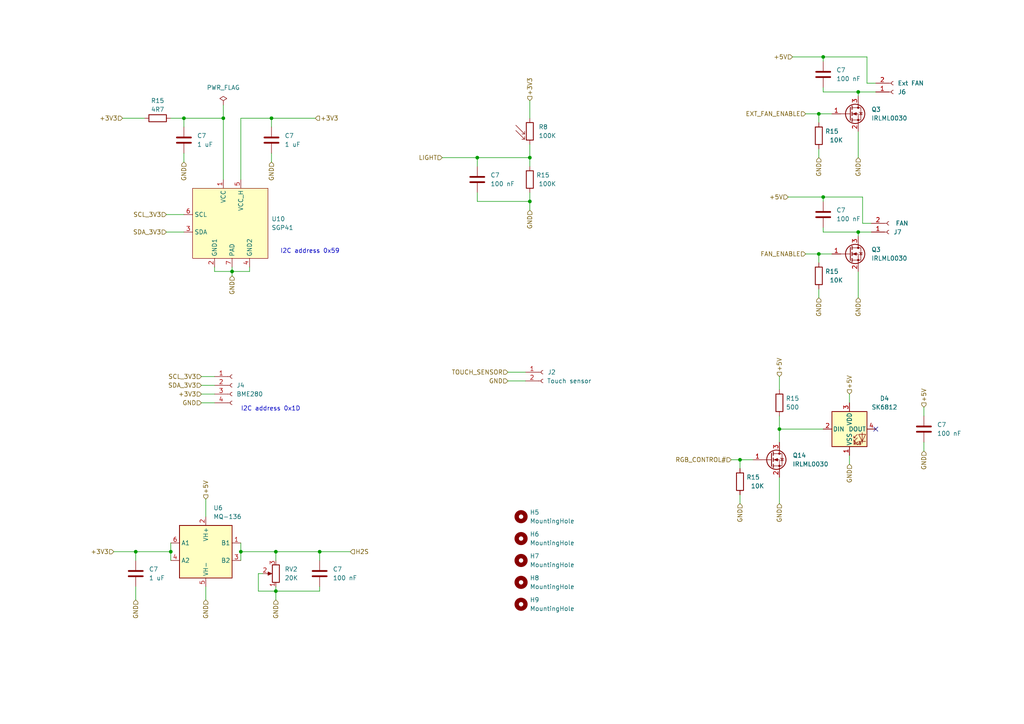
<source format=kicad_sch>
(kicad_sch (version 20231120) (generator "eeschema") (generator_version "8.0")
  (paper "A4")
  (lib_symbols
    (symbol "Connector:Conn_01x02_Socket" (pin_names (offset 1.016) hide)
      (property "Reference" "J" (at 0 2.54 0))
      (property "Value" "Conn_01x02_Socket" (at 0 -5.08 0))
      (symbol "Conn_01x02_Socket_1_1"
        (arc (start 0 -2.032) (mid -0.5058 -2.54) (end 0 -3.048) (stroke (width 0.1524)))
        (polyline (pts (xy -1.27 -2.54) (xy -0.508 -2.54)) (stroke (width 0.1524)))
        (polyline (pts (xy -1.27 0) (xy -0.508 0)) (stroke (width 0.1524)))
        (arc (start 0 0.508) (mid -0.5058 0) (end 0 -0.508) (stroke (width 0.1524)))
        (pin passive line (at -5.08 0 0) (length 3.81) (name "Pin_1") (number "1"))
        (pin passive line (at -5.08 -2.54 0) (length 3.81) (name "Pin_2") (number "2"))
      )
    )
    (symbol "Connector:Conn_01x04_Socket" (pin_names (offset 1.016) hide)
      (property "Reference" "J" (at 0 5.08 0))
      (property "Value" "Conn_01x04_Socket" (at 0 -7.62 0))
      (symbol "Conn_01x04_Socket_1_1"
        (arc (start 0 -4.572) (mid -0.5058 -5.08) (end 0 -5.588) (stroke (width 0.1524)))
        (arc (start 0 -2.032) (mid -0.5058 -2.54) (end 0 -3.048) (stroke (width 0.1524)))
        (polyline (pts (xy -1.27 -5.08) (xy -0.508 -5.08)) (stroke (width 0.1524)))
        (polyline (pts (xy -1.27 -2.54) (xy -0.508 -2.54)) (stroke (width 0.1524)))
        (polyline (pts (xy -1.27 0) (xy -0.508 0)) (stroke (width 0.1524)))
        (polyline (pts (xy -1.27 2.54) (xy -0.508 2.54)) (stroke (width 0.1524)))
        (arc (start 0 0.508) (mid -0.5058 0) (end 0 -0.508) (stroke (width 0.1524)))
        (arc (start 0 3.048) (mid -0.5058 2.54) (end 0 2.032) (stroke (width 0.1524)))
        (pin passive line (at -5.08 2.54 0) (length 3.81) (name "Pin_1") (number "1"))
        (pin passive line (at -5.08 0 0) (length 3.81) (name "Pin_2") (number "2"))
        (pin passive line (at -5.08 -2.54 0) (length 3.81) (name "Pin_3") (number "3"))
        (pin passive line (at -5.08 -5.08 0) (length 3.81) (name "Pin_4") (number "4"))
      )
    )
    (symbol "Device:C" (pin_numbers hide) (pin_names (offset 0.254))
      (property "Reference" "C" (at 0.635 2.54 0))
      (property "Value" "C" (at 0.635 -2.54 0))
      (symbol "C_0_1"
        (polyline (pts (xy -2.032 -0.762) (xy 2.032 -0.762)) (stroke (width 0.508)))
        (polyline (pts (xy -2.032 0.762) (xy 2.032 0.762)) (stroke (width 0.508)))
      )
      (symbol "C_1_1"
        (pin passive line (at 0 3.81 270) (length 2.794) (name "~") (number "1"))
        (pin passive line (at 0 -3.81 90) (length 2.794) (name "~") (number "2"))
      )
    )
    (symbol "Device:R" (pin_numbers hide) (pin_names (offset 0))
      (property "Reference" "R" (at 2.032 0 90))
      (property "Value" "R" (at 0 0 90))
      (symbol "R_0_1"
        (rectangle (start -1.016 -2.54) (end 1.016 2.54) (stroke (width 0.254)))
      )
      (symbol "R_1_1"
        (pin passive line (at 0 3.81 270) (length 1.27) (name "~") (number "1"))
        (pin passive line (at 0 -3.81 90) (length 1.27) (name "~") (number "2"))
      )
    )
    (symbol "Device:R_Photo" (pin_numbers hide) (pin_names (offset 0))
      (property "Reference" "R" (at 1.27 1.27 0))
      (property "Value" "R_Photo" (at 1.27 0 0))
      (symbol "R_Photo_0_1"
        (rectangle (start -1.016 2.54) (end 1.016 -2.54) (stroke (width 0.254)))
        (polyline (pts (xy -1.524 -2.286) (xy -4.064 0.254)))
        (polyline (pts (xy -1.524 -2.286) (xy -2.286 -2.286)))
        (polyline (pts (xy -1.524 -2.286) (xy -1.524 -1.524)))
        (polyline (pts (xy -1.524 -0.762) (xy -4.064 1.778)))
        (polyline (pts (xy -1.524 -0.762) (xy -2.286 -0.762)))
        (polyline (pts (xy -1.524 -0.762) (xy -1.524 0)))
      )
      (symbol "R_Photo_1_1"
        (pin passive line (at 0 3.81 270) (length 1.27) (name "~") (number "1"))
        (pin passive line (at 0 -3.81 90) (length 1.27) (name "~") (number "2"))
      )
    )
    (symbol "Device:R_Potentiometer" (pin_names (offset 1.016) hide)
      (property "Reference" "RV" (at -4.445 0 90))
      (property "Value" "R_Potentiometer" (at -2.54 0 90))
      (symbol "R_Potentiometer_0_1"
        (polyline (pts (xy 2.54 0) (xy 1.524 0)))
        (polyline (pts (xy 1.143 0) (xy 2.286 0.508) (xy 2.286 -0.508) (xy 1.143 0)) (fill (type outline)))
        (rectangle (start 1.016 2.54) (end -1.016 -2.54) (stroke (width 0.254)))
      )
      (symbol "R_Potentiometer_1_1"
        (pin passive line (at 0 3.81 270) (length 1.27) (name "1") (number "1"))
        (pin passive line (at 3.81 0 180) (length 1.27) (name "2") (number "2"))
        (pin passive line (at 0 -3.81 90) (length 1.27) (name "3") (number "3"))
      )
    )
    (symbol "LED:SK6812" (pin_names (offset 0.254))
      (property "Reference" "D" (at 5.08 5.715 0))
      (property "Value" "SK6812" (at 1.27 -5.715 0))
      (symbol "SK6812_0_0"
        (text "RGB" (at 2.286 -4.191 0) (effects (font (size 0.762 0.762))))
      )
      (symbol "SK6812_0_1"
        (polyline (pts (xy 1.27 -3.556) (xy 1.778 -3.556)))
        (polyline (pts (xy 1.27 -2.54) (xy 1.778 -2.54)))
        (polyline (pts (xy 4.699 -3.556) (xy 2.667 -3.556)))
        (polyline (pts (xy 2.286 -2.54) (xy 1.27 -3.556) (xy 1.27 -3.048)))
        (polyline (pts (xy 2.286 -1.524) (xy 1.27 -2.54) (xy 1.27 -2.032)))
        (polyline (pts (xy 3.683 -1.016) (xy 3.683 -3.556) (xy 3.683 -4.064)))
        (polyline (pts (xy 4.699 -1.524) (xy 2.667 -1.524) (xy 3.683 -3.556) (xy 4.699 -1.524)))
        (rectangle (start 5.08 5.08) (end -5.08 -5.08) (stroke (width 0.254)) (fill (type background)))
      )
      (symbol "SK6812_1_1"
        (pin power_in line (at 0 -7.62 90) (length 2.54) (name "VSS") (number "1"))
        (pin input line (at -7.62 0 0) (length 2.54) (name "DIN") (number "2"))
        (pin power_in line (at 0 7.62 270) (length 2.54) (name "VDD") (number "3"))
        (pin output line (at 7.62 0 180) (length 2.54) (name "DOUT") (number "4"))
      )
    )
    (symbol "Mechanical:MountingHole" (pin_names (offset 1.016))
      (property "Reference" "H" (at 0 5.08 0))
      (property "Value" "MountingHole" (at 0 3.175 0))
      (symbol "MountingHole_0_1"
        (circle (center 0 0) (radius 1.27) (stroke (width 1.27)))
      )
    )
    (symbol "My_Library:SGP41"
      (property "Reference" "U" (at 0 0 0))
      (property "Value" "SGP41" (at 0 3.81 0))
      (symbol "SGP41_1_1"
        (rectangle (start -11.43 10.16) (end 10.414 -10.16) (fill (type background)))
        (pin power_in line (at -2.54 12.7 270) (length 2.54) (name "VCC") (number "1"))
        (pin power_in line (at -5.08 -12.7 90) (length 2.54) (name "GND1") (number "2"))
        (pin bidirectional line (at -13.97 -2.54 0) (length 2.54) (name "SDA") (number "3"))
        (pin power_in line (at 5.08 -12.7 90) (length 2.54) (name "GND2") (number "4"))
        (pin power_in line (at 2.54 12.7 270) (length 2.54) (name "VCC_H") (number "5"))
        (pin bidirectional line (at -13.97 2.54 0) (length 2.54) (name "SCL") (number "6"))
        (pin power_in line (at 0 -12.7 90) (length 2.54) (name "PAD") (number "7"))
      )
    )
    (symbol "Sensor_Gas:MQ-6"
      (property "Reference" "U" (at -6.35 8.89 0))
      (property "Value" "MQ-6" (at 3.81 8.89 0))
      (symbol "MQ-6_0_1"
        (rectangle (start -7.62 7.62) (end 7.62 -7.62) (stroke (width 0.254)) (fill (type background)))
      )
      (symbol "MQ-6_1_1"
        (pin passive line (at 10.16 2.54 180) (length 2.54) (name "B1") (number "1"))
        (pin power_in line (at 0 10.16 270) (length 2.54) (name "VH+") (number "2"))
        (pin passive line (at 10.16 -2.54 180) (length 2.54) (name "B2") (number "3"))
        (pin passive line (at -10.16 -2.54 0) (length 2.54) (name "A2") (number "4"))
        (pin power_in line (at 0 -10.16 90) (length 2.54) (name "VH-") (number "5"))
        (pin passive line (at -10.16 2.54 0) (length 2.54) (name "A1") (number "6"))
      )
    )
    (symbol "Transistor_FET:IRLML0030" (pin_names hide)
      (property "Reference" "Q" (at 5.08 1.905 0))
      (property "Value" "IRLML0030" (at 5.08 0 0))
      (symbol "IRLML0030_0_1"
        (polyline (pts (xy 0.254 0) (xy -2.54 0)))
        (polyline (pts (xy 0.254 1.905) (xy 0.254 -1.905)) (stroke (width 0.254)))
        (polyline (pts (xy 0.762 -1.27) (xy 0.762 -2.286)) (stroke (width 0.254)))
        (polyline (pts (xy 0.762 0.508) (xy 0.762 -0.508)) (stroke (width 0.254)))
        (polyline (pts (xy 0.762 2.286) (xy 0.762 1.27)) (stroke (width 0.254)))
        (polyline (pts (xy 2.54 2.54) (xy 2.54 1.778)))
        (polyline (pts (xy 2.54 -2.54) (xy 2.54 0) (xy 0.762 0)))
        (polyline (pts (xy 0.762 -1.778) (xy 3.302 -1.778) (xy 3.302 1.778) (xy 0.762 1.778)))
        (polyline (pts (xy 1.016 0) (xy 2.032 0.381) (xy 2.032 -0.381) (xy 1.016 0)) (fill (type outline)))
        (polyline (pts (xy 2.794 0.508) (xy 2.921 0.381) (xy 3.683 0.381) (xy 3.81 0.254)))
        (polyline (pts (xy 3.302 0.381) (xy 2.921 -0.254) (xy 3.683 -0.254) (xy 3.302 0.381)))
        (circle (center 1.651 0) (radius 2.794) (stroke (width 0.254)))
        (circle (center 2.54 -1.778) (radius 0.254) (fill (type outline)))
        (circle (center 2.54 1.778) (radius 0.254) (fill (type outline)))
      )
      (symbol "IRLML0030_1_1"
        (pin input line (at -5.08 0 0) (length 2.54) (name "G") (number "1"))
        (pin passive line (at 2.54 -5.08 90) (length 2.54) (name "S") (number "2"))
        (pin passive line (at 2.54 5.08 270) (length 2.54) (name "D") (number "3"))
      )
    )
    (symbol "power:PWR_FLAG" (power) (pin_numbers hide) (pin_names (offset 0) hide)
      (property "Value" "PWR_FLAG" (at 0 3.81 0))
      (symbol "PWR_FLAG_0_0"
        (pin power_out line (at 0 0 90) (length 0) (name "pwr") (number "1"))
      )
      (symbol "PWR_FLAG_0_1"
        (polyline (pts (xy 0 0) (xy 0 1.27) (xy -1.016 1.905) (xy 0 2.54) (xy 1.016 1.905) (xy 0 1.27)))
      )
    )
  )
  (junction (at 53.34 34.29))
  (junction (at 238.76 16.51))
  (junction (at 248.92 67.31))
  (junction (at 237.49 73.66))
  (junction (at 226.06 124.46))
  (junction (at 78.74 34.29))
  (junction (at 49.53 160.02))
  (junction (at 67.31 78.74))
  (junction (at 214.63 133.35))
  (junction (at 248.92 26.67))
  (junction (at 39.37 160.02))
  (junction (at 237.49 33.02))
  (junction (at 80.01 171.45))
  (junction (at 80.01 160.02))
  (junction (at 69.85 160.02))
  (junction (at 153.67 45.72))
  (junction (at 92.71 160.02))
  (junction (at 138.43 45.72))
  (junction (at 238.76 57.15))
  (junction (at 64.77 34.29))
  (junction (at 153.67 58.42))
  (no_connect (at 254 124.46))
  (wire (pts (xy 237.49 35.56) (xy 237.49 33.02)))
  (wire (pts (xy 58.42 114.3) (xy 62.23 114.3)))
  (wire (pts (xy 92.71 171.45) (xy 80.01 171.45)))
  (wire (pts (xy 39.37 160.02) (xy 39.37 162.56)))
  (wire (pts (xy 58.42 111.76) (xy 62.23 111.76)))
  (wire (pts (xy 39.37 170.18) (xy 39.37 173.99)))
  (wire (pts (xy 35.56 34.29) (xy 41.91 34.29)))
  (wire (pts (xy 58.42 109.22) (xy 62.23 109.22)))
  (wire (pts (xy 248.92 26.67) (xy 254 26.67)))
  (wire (pts (xy 80.01 162.56) (xy 80.01 160.02)))
  (wire (pts (xy 267.97 118.11) (xy 267.97 120.65)))
  (wire (pts (xy 49.53 34.29) (xy 53.34 34.29)))
  (wire (pts (xy 69.85 160.02) (xy 69.85 162.56)))
  (wire (pts (xy 92.71 170.18) (xy 92.71 171.45)))
  (wire (pts (xy 48.26 62.23) (xy 53.34 62.23)))
  (wire (pts (xy 238.76 67.31) (xy 248.92 67.31)))
  (wire (pts (xy 228.6 57.15) (xy 238.76 57.15)))
  (wire (pts (xy 267.97 128.27) (xy 267.97 130.81)))
  (wire (pts (xy 237.49 33.02) (xy 241.3 33.02)))
  (wire (pts (xy 49.53 157.48) (xy 49.53 160.02)))
  (wire (pts (xy 153.67 29.21) (xy 153.67 34.29)))
  (wire (pts (xy 58.42 116.84) (xy 62.23 116.84)))
  (wire (pts (xy 128.27 45.72) (xy 138.43 45.72)))
  (wire (pts (xy 138.43 55.88) (xy 138.43 58.42)))
  (wire (pts (xy 78.74 34.29) (xy 69.85 34.29)))
  (wire (pts (xy 80.01 160.02) (xy 69.85 160.02)))
  (wire (pts (xy 250.19 57.15) (xy 250.19 64.77)))
  (wire (pts (xy 62.23 78.74) (xy 67.31 78.74)))
  (wire (pts (xy 67.31 78.74) (xy 67.31 80.01)))
  (wire (pts (xy 233.68 73.66) (xy 237.49 73.66)))
  (wire (pts (xy 238.76 57.15) (xy 238.76 58.42)))
  (wire (pts (xy 48.26 67.31) (xy 53.34 67.31)))
  (wire (pts (xy 251.46 16.51) (xy 251.46 24.13)))
  (wire (pts (xy 226.06 128.27) (xy 226.06 124.46)))
  (wire (pts (xy 53.34 34.29) (xy 64.77 34.29)))
  (wire (pts (xy 67.31 78.74) (xy 72.39 78.74)))
  (wire (pts (xy 214.63 133.35) (xy 218.44 133.35)))
  (wire (pts (xy 147.32 110.49) (xy 152.4 110.49)))
  (wire (pts (xy 237.49 83.82) (xy 237.49 86.36)))
  (wire (pts (xy 237.49 73.66) (xy 241.3 73.66)))
  (wire (pts (xy 238.76 66.04) (xy 238.76 67.31)))
  (wire (pts (xy 64.77 30.48) (xy 64.77 34.29)))
  (wire (pts (xy 69.85 34.29) (xy 69.85 52.07)))
  (wire (pts (xy 233.68 33.02) (xy 237.49 33.02)))
  (wire (pts (xy 238.76 25.4) (xy 238.76 26.67)))
  (wire (pts (xy 214.63 133.35) (xy 214.63 135.89)))
  (wire (pts (xy 80.01 160.02) (xy 92.71 160.02)))
  (wire (pts (xy 248.92 67.31) (xy 252.73 67.31)))
  (wire (pts (xy 69.85 157.48) (xy 69.85 160.02)))
  (wire (pts (xy 246.38 132.08) (xy 246.38 134.62)))
  (wire (pts (xy 248.92 78.74) (xy 248.92 86.36)))
  (wire (pts (xy 248.92 38.1) (xy 248.92 45.72)))
  (wire (pts (xy 138.43 58.42) (xy 153.67 58.42)))
  (wire (pts (xy 80.01 171.45) (xy 80.01 173.99)))
  (wire (pts (xy 153.67 55.88) (xy 153.67 58.42)))
  (wire (pts (xy 67.31 77.47) (xy 67.31 78.74)))
  (wire (pts (xy 214.63 143.51) (xy 214.63 146.05)))
  (wire (pts (xy 238.76 16.51) (xy 238.76 17.78)))
  (wire (pts (xy 80.01 170.18) (xy 80.01 171.45)))
  (wire (pts (xy 226.06 138.43) (xy 226.06 146.05)))
  (wire (pts (xy 238.76 16.51) (xy 251.46 16.51)))
  (wire (pts (xy 153.67 45.72) (xy 153.67 48.26)))
  (wire (pts (xy 138.43 45.72) (xy 138.43 48.26)))
  (wire (pts (xy 248.92 67.31) (xy 248.92 68.58)))
  (wire (pts (xy 212.09 133.35) (xy 214.63 133.35)))
  (wire (pts (xy 238.76 26.67) (xy 248.92 26.67)))
  (wire (pts (xy 49.53 160.02) (xy 49.53 162.56)))
  (wire (pts (xy 237.49 43.18) (xy 237.49 45.72)))
  (wire (pts (xy 78.74 34.29) (xy 78.74 36.83)))
  (wire (pts (xy 153.67 58.42) (xy 153.67 60.96)))
  (wire (pts (xy 251.46 24.13) (xy 254 24.13)))
  (wire (pts (xy 226.06 124.46) (xy 238.76 124.46)))
  (wire (pts (xy 138.43 45.72) (xy 153.67 45.72)))
  (wire (pts (xy 53.34 34.29) (xy 53.34 36.83)))
  (wire (pts (xy 226.06 120.65) (xy 226.06 124.46)))
  (wire (pts (xy 250.19 64.77) (xy 252.73 64.77)))
  (wire (pts (xy 246.38 114.3) (xy 246.38 116.84)))
  (wire (pts (xy 74.93 171.45) (xy 80.01 171.45)))
  (wire (pts (xy 248.92 26.67) (xy 248.92 27.94)))
  (wire (pts (xy 92.71 162.56) (xy 92.71 160.02)))
  (wire (pts (xy 53.34 44.45) (xy 53.34 46.99)))
  (wire (pts (xy 229.87 16.51) (xy 238.76 16.51)))
  (wire (pts (xy 74.93 166.37) (xy 74.93 171.45)))
  (wire (pts (xy 78.74 44.45) (xy 78.74 46.99)))
  (wire (pts (xy 153.67 41.91) (xy 153.67 45.72)))
  (wire (pts (xy 237.49 76.2) (xy 237.49 73.66)))
  (wire (pts (xy 238.76 57.15) (xy 250.19 57.15)))
  (wire (pts (xy 62.23 77.47) (xy 62.23 78.74)))
  (wire (pts (xy 39.37 160.02) (xy 49.53 160.02)))
  (wire (pts (xy 59.69 170.18) (xy 59.69 173.99)))
  (wire (pts (xy 33.02 160.02) (xy 39.37 160.02)))
  (wire (pts (xy 72.39 78.74) (xy 72.39 77.47)))
  (wire (pts (xy 92.71 160.02) (xy 101.6 160.02)))
  (wire (pts (xy 59.69 144.78) (xy 59.69 149.86)))
  (wire (pts (xy 91.44 34.29) (xy 78.74 34.29)))
  (wire (pts (xy 64.77 34.29) (xy 64.77 52.07)))
  (wire (pts (xy 74.93 166.37) (xy 76.2 166.37)))
  (wire (pts (xy 226.06 109.22) (xy 226.06 113.03)))
  (wire (pts (xy 147.32 107.95) (xy 152.4 107.95)))
  (text "I2C address 0x1D" (at 69.85 119.38 0) (effects (font (size 1.27 1.27)) (justify left bottom)))
  (text "I2C address 0x59" (at 81.28 73.66 0) (effects (font (size 1.27 1.27)) (justify left bottom)))
  (hierarchical_label "GND" (shape input) (at 246.38 134.62 270))
  (hierarchical_label "+3V3" (shape input) (at 33.02 160.02 180))
  (hierarchical_label "+5V" (shape input) (at 59.69 144.78 90))
  (hierarchical_label "GND" (shape input) (at 39.37 173.99 270))
  (hierarchical_label "+3V3" (shape input) (at 58.42 114.3 180))
  (hierarchical_label "GND" (shape input) (at 147.32 110.49 180))
  (hierarchical_label "+5V" (shape input) (at 246.38 114.3 90))
  (hierarchical_label "SDA_3V3" (shape input) (at 58.42 111.76 180))
  (hierarchical_label "GND" (shape input) (at 153.67 60.96 270))
  (hierarchical_label "GND" (shape input) (at 248.92 86.36 270))
  (hierarchical_label "GND" (shape input) (at 80.01 173.99 270))
  (hierarchical_label "GND" (shape input) (at 78.74 46.99 270))
  (hierarchical_label "EXT_FAN_ENABLE" (shape input) (at 233.68 33.02 180))
  (hierarchical_label "GND" (shape input) (at 267.97 130.81 270))
  (hierarchical_label "+5V" (shape input) (at 228.6 57.15 180))
  (hierarchical_label "GND" (shape input) (at 59.69 173.99 270))
  (hierarchical_label "+3V3" (shape input) (at 153.67 29.21 90))
  (hierarchical_label "+3V3" (shape input) (at 91.44 34.29 0))
  (hierarchical_label "GND" (shape input) (at 53.34 46.99 270))
  (hierarchical_label "SCL_3V3" (shape input) (at 58.42 109.22 180))
  (hierarchical_label "H2S" (shape input) (at 101.6 160.02 0))
  (hierarchical_label "SDA_3V3" (shape input) (at 48.26 67.31 180))
  (hierarchical_label "TOUCH_SENSOR" (shape input) (at 147.32 107.95 180))
  (hierarchical_label "+5V" (shape input) (at 229.87 16.51 180))
  (hierarchical_label "+5V" (shape input) (at 267.97 118.11 90))
  (hierarchical_label "+3V3" (shape input) (at 35.56 34.29 180))
  (hierarchical_label "LIGHT" (shape input) (at 128.27 45.72 180))
  (hierarchical_label "GND" (shape input) (at 237.49 45.72 270))
  (hierarchical_label "GND" (shape input) (at 226.06 146.05 270))
  (hierarchical_label "RGB_CONTROL#" (shape input) (at 212.09 133.35 180))
  (hierarchical_label "+5V" (shape input) (at 226.06 109.22 90))
  (hierarchical_label "SCL_3V3" (shape input) (at 48.26 62.23 180))
  (hierarchical_label "GND" (shape input) (at 67.31 80.01 270))
  (hierarchical_label "GND" (shape input) (at 237.49 86.36 270))
  (hierarchical_label "GND" (shape input) (at 58.42 116.84 180))
  (hierarchical_label "FAN_ENABLE" (shape input) (at 233.68 73.66 180))
  (hierarchical_label "GND" (shape input) (at 214.63 146.05 270))
  (hierarchical_label "GND" (shape input) (at 248.92 45.72 270))
  (symbol (lib_id "Device:R") (at 226.06 116.84 0) (unit 1)
    (property "Reference" "R15" (at 229.87 115.57 0))
    (property "Value" "500" (at 229.87 118.11 0))
    (property "Footprint" "Resistor_SMD:R_0805_2012Metric" (effects (hide yes)))
    (instances (project "xray" (path "" (reference "R15") (unit 1))) (project "xray-v2" (path "" (reference "R6") (unit 1))) (project "air-detector" (path "" (reference "R19") (unit 1))))
  )
  (symbol (lib_id "LED:SK6812") (at 246.38 124.46 0) (unit 1)
    (property "Reference" "D4" (at 256.54 115.57 0))
    (property "Value" "SK6812" (at 256.54 118.11 0))
    (property "Footprint" "LED_SMD:LED_SK6812_PLCC4_5.0x5.0mm_P3.2mm" (effects (hide yes)))
    (property "Datasheet" "https://www.rose-lighting.com/wp-content/uploads/sites/53/2020/05/SK6812RGBX-XX-REV.07-EN-5050-RGBW.pdf" (effects (hide yes)))
  )
  (symbol (lib_id "Mechanical:MountingHole") (at 151.13 175.26 0) (unit 1)
    (property "Reference" "H9" (at 153.67 173.99 0) (effects (justify left)))
    (property "Value" "MountingHole" (at 153.67 176.53 0) (effects (justify left)))
    (property "Footprint" "MountingHole:MountingHole_2.2mm_M2" (effects (hide yes)))
  )
  (symbol (lib_id "power:PWR_FLAG") (at 64.77 30.48 0) (unit 1)
    (property "Reference" "#FLG04" (effects (hide yes)))
    (property "Value" "PWR_FLAG" (at 64.77 25.4 0))
  )
  (symbol (lib_id "Device:C") (at 238.76 62.23 180) (unit 1)
    (property "Reference" "C7" (at 242.57 60.96 0) (effects (justify right)))
    (property "Value" "100 nF" (at 242.57 63.5 0) (effects (justify right)))
    (property "Footprint" "Capacitor_SMD:C_0603_1608Metric" (effects (hide yes)))
    (instances (project "xray" (path "" (reference "C7") (unit 1))) (project "xray-v2" (path "" (reference "C37") (unit 1))) (project "air-detector" (path "" (reference "C21") (unit 1))))
  )
  (symbol (lib_id "My_Library:SGP41") (at 67.31 64.77 0) (unit 1)
    (property "Reference" "U10" (at 78.74 63.5 0) (effects (justify left)))
    (property "Value" "SGP41" (at 78.74 66.04 0) (effects (justify left)))
    (property "Footprint" "footprints:XDCR_SGP41-D-R4" (effects (hide yes)))
    (property "Datasheet" "https://sensirion.com/media/documents/5FE8673C/61E96F50/Sensirion_Gas_Sensors_Datasheet_SGP41.pdf" (effects (hide yes)))
  )
  (symbol (lib_id "Connector:Conn_01x02_Socket") (at 157.48 107.95 0) (unit 1)
    (property "Reference" "J2" (at 160.02 107.95 0))
    (property "Value" "Touch sensor" (at 165.1 110.49 0))
    (property "Footprint" "Connector_JST:JST_XH_B2B-XH-A_1x02_P2.50mm_Vertical" (effects (hide yes)))
  )
  (symbol (lib_id "Device:C") (at 53.34 40.64 180) (unit 1)
    (property "Reference" "C7" (at 57.15 39.37 0) (effects (justify right)))
    (property "Value" "1 uF" (at 57.15 41.91 0) (effects (justify right)))
    (property "Footprint" "Capacitor_SMD:C_0603_1608Metric" (effects (hide yes)))
    (instances (project "xray" (path "" (reference "C7") (unit 1))) (project "xray-v2" (path "" (reference "C37") (unit 1))) (project "air-detector" (path "" (reference "C19") (unit 1))))
  )
  (symbol (lib_id "Sensor_Gas:MQ-6") (at 59.69 160.02 0) (unit 1)
    (property "Reference" "U6" (at 61.8841 147.32 0) (effects (justify left)))
    (property "Value" "MQ-136" (at 61.8841 149.86 0) (effects (justify left)))
    (property "Footprint" "Sensor:MQ-6" (effects (hide yes)))
    (property "Datasheet" "https://www.winsen-sensor.com/d/files/semiconductor/mq-6.pdf" (effects (hide yes)))
  )
  (symbol (lib_id "Device:R_Potentiometer") (at 80.01 166.37 180) (unit 1)
    (property "Reference" "RV2" (at 82.55 165.1 0) (effects (justify right)))
    (property "Value" "20K" (at 82.55 167.64 0) (effects (justify right)))
    (property "Footprint" "Potentiometer_THT:Potentiometer_Runtron_RM-065_Vertical" (effects (hide yes)))
  )
  (symbol (lib_id "Connector:Conn_01x02_Socket") (at 259.08 26.67 0) (mirror x) (unit 1)
    (property "Reference" "J6" (at 261.62 26.67 0))
    (property "Value" "Ext FAN" (at 264.16 24.13 0))
    (property "Footprint" "Connector_JST:JST_XH_B2B-XH-A_1x02_P2.50mm_Vertical" (effects (hide yes)))
  )
  (symbol (lib_id "Device:R") (at 237.49 80.01 0) (unit 1)
    (property "Reference" "R15" (at 241.3 78.74 0))
    (property "Value" "10K" (at 242.57 81.28 0))
    (property "Footprint" "Resistor_SMD:R_0805_2012Metric" (effects (hide yes)))
    (instances (project "xray" (path "" (reference "R15") (unit 1))) (project "xray-v2" (path "" (reference "R6") (unit 1))) (project "air-detector" (path "" (reference "R23") (unit 1))))
  )
  (symbol (lib_id "Device:R_Photo") (at 153.67 38.1 0) (unit 1)
    (property "Reference" "R8" (at 156.21 36.83 0) (effects (justify left)))
    (property "Value" "100K" (at 156.21 39.37 0) (effects (justify left)))
    (property "Footprint" "Resistor_THT:R_Axial_DIN0207_L6.3mm_D2.5mm_P2.54mm_Vertical" (effects (hide yes)))
  )
  (symbol (lib_id "Transistor_FET:IRLML0030") (at 246.38 33.02 0) (unit 1)
    (property "Reference" "Q3" (at 252.73 31.7499 0) (effects (justify left)))
    (property "Value" "IRLML0030" (at 252.73 34.2899 0) (effects (justify left)))
    (property "Footprint" "Package_TO_SOT_SMD:SOT-23" (effects (hide yes)))
    (property "Datasheet" "https://www.infineon.com/dgdl/irlml0030pbf.pdf?fileId=5546d462533600a401535664773825df" (effects (hide yes)))
    (instances (project "xray" (path "" (reference "Q3") (unit 1))) (project "xray-v2" (path "" (reference "Q5") (unit 1))) (project "air-detector" (path "" (reference "Q4") (unit 1))))
  )
  (symbol (lib_id "Mechanical:MountingHole") (at 151.13 149.86 0) (unit 1)
    (property "Reference" "H5" (at 153.67 148.59 0) (effects (justify left)))
    (property "Value" "MountingHole" (at 153.67 151.13 0) (effects (justify left)))
    (property "Footprint" "MountingHole:MountingHole_2.2mm_M2" (effects (hide yes)))
  )
  (symbol (lib_id "Mechanical:MountingHole") (at 151.13 156.21 0) (unit 1)
    (property "Reference" "H6" (at 153.67 154.94 0) (effects (justify left)))
    (property "Value" "MountingHole" (at 153.67 157.48 0) (effects (justify left)))
    (property "Footprint" "MountingHole:MountingHole_2.2mm_M2" (effects (hide yes)))
  )
  (symbol (lib_id "Device:C") (at 78.74 40.64 180) (unit 1)
    (property "Reference" "C7" (at 82.55 39.37 0) (effects (justify right)))
    (property "Value" "1 uF" (at 82.55 41.91 0) (effects (justify right)))
    (property "Footprint" "Capacitor_SMD:C_0603_1608Metric" (effects (hide yes)))
    (instances (project "xray" (path "" (reference "C7") (unit 1))) (project "xray-v2" (path "" (reference "C37") (unit 1))) (project "air-detector" (path "" (reference "C20") (unit 1))))
  )
  (symbol (lib_id "Device:C") (at 267.97 124.46 180) (unit 1)
    (property "Reference" "C7" (at 271.78 123.19 0) (effects (justify right)))
    (property "Value" "100 nF" (at 271.78 125.73 0) (effects (justify right)))
    (property "Footprint" "Capacitor_SMD:C_0603_1608Metric" (effects (hide yes)))
    (instances (project "xray" (path "" (reference "C7") (unit 1))) (project "xray-v2" (path "" (reference "C37") (unit 1))) (project "air-detector" (path "" (reference "C22") (unit 1))))
  )
  (symbol (lib_id "Connector:Conn_01x04_Socket") (at 67.31 111.76 0) (unit 1)
    (property "Reference" "J4" (at 68.58 111.76 0) (effects (justify left)))
    (property "Value" "BME280" (at 68.58 114.3 0) (effects (justify left)))
    (property "Footprint" "Connector_JST:JST_XH_B4B-XH-A_1x04_P2.50mm_Vertical" (effects (hide yes)))
  )
  (symbol (lib_id "Device:R") (at 153.67 52.07 0) (unit 1)
    (property "Reference" "R15" (at 157.48 50.8 0))
    (property "Value" "100K" (at 158.75 53.34 0))
    (property "Footprint" "Resistor_SMD:R_0805_2012Metric" (effects (hide yes)))
    (instances (project "xray" (path "" (reference "R15") (unit 1))) (project "xray-v2" (path "" (reference "R6") (unit 1))) (project "air-detector" (path "" (reference "R9") (unit 1))))
  )
  (symbol (lib_id "Device:C") (at 39.37 166.37 180) (unit 1)
    (property "Reference" "C7" (at 43.18 165.1 0) (effects (justify right)))
    (property "Value" "1 uF" (at 43.18 167.64 0) (effects (justify right)))
    (property "Footprint" "Capacitor_SMD:C_0603_1608Metric" (effects (hide yes)))
    (instances (project "xray" (path "" (reference "C7") (unit 1))) (project "xray-v2" (path "" (reference "C37") (unit 1))) (project "air-detector" (path "" (reference "C8") (unit 1))))
  )
  (symbol (lib_id "Device:R") (at 237.49 39.37 0) (unit 1)
    (property "Reference" "R15" (at 241.3 38.1 0))
    (property "Value" "10K" (at 242.57 40.64 0))
    (property "Footprint" "Resistor_SMD:R_0805_2012Metric" (effects (hide yes)))
    (instances (project "xray" (path "" (reference "R15") (unit 1))) (project "xray-v2" (path "" (reference "R6") (unit 1))) (project "air-detector" (path "" (reference "R22") (unit 1))))
  )
  (symbol (lib_id "Device:R") (at 214.63 139.7 0) (unit 1)
    (property "Reference" "R15" (at 218.44 138.43 0))
    (property "Value" "10K" (at 219.71 140.97 0))
    (property "Footprint" "Resistor_SMD:R_0805_2012Metric" (effects (hide yes)))
    (instances (project "xray" (path "" (reference "R15") (unit 1))) (project "xray-v2" (path "" (reference "R6") (unit 1))) (project "air-detector" (path "" (reference "R18") (unit 1))))
  )
  (symbol (lib_id "Connector:Conn_01x02_Socket") (at 257.81 67.31 0) (mirror x) (unit 1)
    (property "Reference" "J7" (at 260.35 67.31 0))
    (property "Value" "FAN" (at 261.62 64.77 0))
    (property "Footprint" "Connector_JST:JST_XH_B2B-XH-A_1x02_P2.50mm_Vertical" (effects (hide yes)))
  )
  (symbol (lib_id "Transistor_FET:IRLML0030") (at 223.52 133.35 0) (unit 1)
    (property "Reference" "Q14" (at 229.87 132.0799 0) (effects (justify left)))
    (property "Value" "IRLML0030" (at 229.87 134.6199 0) (effects (justify left)))
    (property "Footprint" "Package_TO_SOT_SMD:SOT-23" (effects (hide yes)))
    (property "Datasheet" "https://www.infineon.com/dgdl/irlml0030pbf.pdf?fileId=5546d462533600a401535664773825df" (effects (hide yes)))
    (instances (project "xray" (path "" (reference "Q14") (unit 1))) (project "xray-v2" (path "" (reference "Q10") (unit 1))) (project "air-detector" (path "" (reference "Q3") (unit 1))))
  )
  (symbol (lib_id "Device:C") (at 92.71 166.37 180) (unit 1)
    (property "Reference" "C7" (at 96.52 165.1 0) (effects (justify right)))
    (property "Value" "100 nF" (at 96.52 167.64 0) (effects (justify right)))
    (property "Footprint" "Capacitor_SMD:C_0603_1608Metric" (effects (hide yes)))
    (instances (project "xray" (path "" (reference "C7") (unit 1))) (project "xray-v2" (path "" (reference "C37") (unit 1))) (project "air-detector" (path "" (reference "C13") (unit 1))))
  )
  (symbol (lib_id "Transistor_FET:IRLML0030") (at 246.38 73.66 0) (unit 1)
    (property "Reference" "Q3" (at 252.73 72.3899 0) (effects (justify left)))
    (property "Value" "IRLML0030" (at 252.73 74.9299 0) (effects (justify left)))
    (property "Footprint" "Package_TO_SOT_SMD:SOT-23" (effects (hide yes)))
    (property "Datasheet" "https://www.infineon.com/dgdl/irlml0030pbf.pdf?fileId=5546d462533600a401535664773825df" (effects (hide yes)))
    (instances (project "xray" (path "" (reference "Q3") (unit 1))) (project "xray-v2" (path "" (reference "Q5") (unit 1))) (project "air-detector" (path "" (reference "Q5") (unit 1))))
  )
  (symbol (lib_id "Mechanical:MountingHole") (at 151.13 162.56 0) (unit 1)
    (property "Reference" "H7" (at 153.67 161.29 0) (effects (justify left)))
    (property "Value" "MountingHole" (at 153.67 163.83 0) (effects (justify left)))
    (property "Footprint" "MountingHole:MountingHole_2.2mm_M2" (effects (hide yes)))
  )
  (symbol (lib_id "Device:C") (at 238.76 21.59 180) (unit 1)
    (property "Reference" "C7" (at 242.57 20.32 0) (effects (justify right)))
    (property "Value" "100 nF" (at 242.57 22.86 0) (effects (justify right)))
    (property "Footprint" "Capacitor_SMD:C_0603_1608Metric" (effects (hide yes)))
    (instances (project "xray" (path "" (reference "C7") (unit 1))) (project "xray-v2" (path "" (reference "C37") (unit 1))) (project "air-detector" (path "" (reference "C14") (unit 1))))
  )
  (symbol (lib_id "Device:C") (at 138.43 52.07 180) (unit 1)
    (property "Reference" "C7" (at 142.24 50.8 0) (effects (justify right)))
    (property "Value" "100 nF" (at 142.24 53.34 0) (effects (justify right)))
    (property "Footprint" "Capacitor_SMD:C_0603_1608Metric" (effects (hide yes)))
    (instances (project "xray" (path "" (reference "C7") (unit 1))) (project "xray-v2" (path "" (reference "C37") (unit 1))) (project "air-detector" (path "" (reference "C10") (unit 1))))
  )
  (symbol (lib_id "Mechanical:MountingHole") (at 151.13 168.91 0) (unit 1)
    (property "Reference" "H8" (at 153.67 167.64 0) (effects (justify left)))
    (property "Value" "MountingHole" (at 153.67 170.18 0) (effects (justify left)))
    (property "Footprint" "MountingHole:MountingHole_2.2mm_M2" (effects (hide yes)))
  )
  (symbol (lib_id "Device:R") (at 45.72 34.29 90) (unit 1)
    (property "Reference" "R15" (at 45.72 29.21 90))
    (property "Value" "4R7" (at 45.72 31.75 90))
    (property "Footprint" "Resistor_SMD:R_0805_2012Metric" (effects (hide yes)))
    (instances (project "xray" (path "" (reference "R15") (unit 1))) (project "xray-v2" (path "" (reference "R6") (unit 1))) (project "air-detector" (path "" (reference "R16") (unit 1))))
  )
)
</source>
